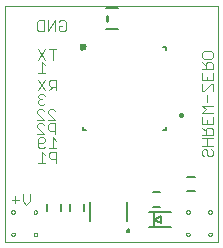
<source format=gbo>
G75*
%MOIN*%
%OFA0B0*%
%FSLAX25Y25*%
%IPPOS*%
%LPD*%
%AMOC8*
5,1,8,0,0,1.08239X$1,22.5*
%
%ADD10C,0.00000*%
%ADD11C,0.00300*%
%ADD12C,0.00400*%
%ADD13C,0.00500*%
%ADD14R,0.02362X0.02362*%
%ADD15C,0.00800*%
%ADD16C,0.00984*%
%ADD17C,0.01600*%
%ADD18C,0.00600*%
%ADD19C,0.00787*%
D10*
X0029368Y0008145D02*
X0029368Y0086885D01*
X0100234Y0086885D01*
X0100234Y0008145D01*
X0029368Y0008145D01*
X0031375Y0010743D02*
X0031377Y0010791D01*
X0031383Y0010839D01*
X0031393Y0010886D01*
X0031406Y0010932D01*
X0031424Y0010977D01*
X0031444Y0011021D01*
X0031469Y0011063D01*
X0031497Y0011102D01*
X0031527Y0011139D01*
X0031561Y0011173D01*
X0031598Y0011205D01*
X0031636Y0011234D01*
X0031677Y0011259D01*
X0031720Y0011281D01*
X0031765Y0011299D01*
X0031811Y0011313D01*
X0031858Y0011324D01*
X0031906Y0011331D01*
X0031954Y0011334D01*
X0032002Y0011333D01*
X0032050Y0011328D01*
X0032098Y0011319D01*
X0032144Y0011307D01*
X0032189Y0011290D01*
X0032233Y0011270D01*
X0032275Y0011247D01*
X0032315Y0011220D01*
X0032353Y0011190D01*
X0032388Y0011157D01*
X0032420Y0011121D01*
X0032450Y0011083D01*
X0032476Y0011042D01*
X0032498Y0010999D01*
X0032518Y0010955D01*
X0032533Y0010910D01*
X0032545Y0010863D01*
X0032553Y0010815D01*
X0032557Y0010767D01*
X0032557Y0010719D01*
X0032553Y0010671D01*
X0032545Y0010623D01*
X0032533Y0010576D01*
X0032518Y0010531D01*
X0032498Y0010487D01*
X0032476Y0010444D01*
X0032450Y0010403D01*
X0032420Y0010365D01*
X0032388Y0010329D01*
X0032353Y0010296D01*
X0032315Y0010266D01*
X0032275Y0010239D01*
X0032233Y0010216D01*
X0032189Y0010196D01*
X0032144Y0010179D01*
X0032098Y0010167D01*
X0032050Y0010158D01*
X0032002Y0010153D01*
X0031954Y0010152D01*
X0031906Y0010155D01*
X0031858Y0010162D01*
X0031811Y0010173D01*
X0031765Y0010187D01*
X0031720Y0010205D01*
X0031677Y0010227D01*
X0031636Y0010252D01*
X0031598Y0010281D01*
X0031561Y0010313D01*
X0031527Y0010347D01*
X0031497Y0010384D01*
X0031469Y0010423D01*
X0031444Y0010465D01*
X0031424Y0010509D01*
X0031406Y0010554D01*
X0031393Y0010600D01*
X0031383Y0010647D01*
X0031377Y0010695D01*
X0031375Y0010743D01*
X0038777Y0010743D02*
X0038779Y0010791D01*
X0038785Y0010839D01*
X0038795Y0010886D01*
X0038808Y0010932D01*
X0038826Y0010977D01*
X0038846Y0011021D01*
X0038871Y0011063D01*
X0038899Y0011102D01*
X0038929Y0011139D01*
X0038963Y0011173D01*
X0039000Y0011205D01*
X0039038Y0011234D01*
X0039079Y0011259D01*
X0039122Y0011281D01*
X0039167Y0011299D01*
X0039213Y0011313D01*
X0039260Y0011324D01*
X0039308Y0011331D01*
X0039356Y0011334D01*
X0039404Y0011333D01*
X0039452Y0011328D01*
X0039500Y0011319D01*
X0039546Y0011307D01*
X0039591Y0011290D01*
X0039635Y0011270D01*
X0039677Y0011247D01*
X0039717Y0011220D01*
X0039755Y0011190D01*
X0039790Y0011157D01*
X0039822Y0011121D01*
X0039852Y0011083D01*
X0039878Y0011042D01*
X0039900Y0010999D01*
X0039920Y0010955D01*
X0039935Y0010910D01*
X0039947Y0010863D01*
X0039955Y0010815D01*
X0039959Y0010767D01*
X0039959Y0010719D01*
X0039955Y0010671D01*
X0039947Y0010623D01*
X0039935Y0010576D01*
X0039920Y0010531D01*
X0039900Y0010487D01*
X0039878Y0010444D01*
X0039852Y0010403D01*
X0039822Y0010365D01*
X0039790Y0010329D01*
X0039755Y0010296D01*
X0039717Y0010266D01*
X0039677Y0010239D01*
X0039635Y0010216D01*
X0039591Y0010196D01*
X0039546Y0010179D01*
X0039500Y0010167D01*
X0039452Y0010158D01*
X0039404Y0010153D01*
X0039356Y0010152D01*
X0039308Y0010155D01*
X0039260Y0010162D01*
X0039213Y0010173D01*
X0039167Y0010187D01*
X0039122Y0010205D01*
X0039079Y0010227D01*
X0039038Y0010252D01*
X0039000Y0010281D01*
X0038963Y0010313D01*
X0038929Y0010347D01*
X0038899Y0010384D01*
X0038871Y0010423D01*
X0038846Y0010465D01*
X0038826Y0010509D01*
X0038808Y0010554D01*
X0038795Y0010600D01*
X0038785Y0010647D01*
X0038779Y0010695D01*
X0038777Y0010743D01*
X0038777Y0018145D02*
X0038779Y0018193D01*
X0038785Y0018241D01*
X0038795Y0018288D01*
X0038808Y0018334D01*
X0038826Y0018379D01*
X0038846Y0018423D01*
X0038871Y0018465D01*
X0038899Y0018504D01*
X0038929Y0018541D01*
X0038963Y0018575D01*
X0039000Y0018607D01*
X0039038Y0018636D01*
X0039079Y0018661D01*
X0039122Y0018683D01*
X0039167Y0018701D01*
X0039213Y0018715D01*
X0039260Y0018726D01*
X0039308Y0018733D01*
X0039356Y0018736D01*
X0039404Y0018735D01*
X0039452Y0018730D01*
X0039500Y0018721D01*
X0039546Y0018709D01*
X0039591Y0018692D01*
X0039635Y0018672D01*
X0039677Y0018649D01*
X0039717Y0018622D01*
X0039755Y0018592D01*
X0039790Y0018559D01*
X0039822Y0018523D01*
X0039852Y0018485D01*
X0039878Y0018444D01*
X0039900Y0018401D01*
X0039920Y0018357D01*
X0039935Y0018312D01*
X0039947Y0018265D01*
X0039955Y0018217D01*
X0039959Y0018169D01*
X0039959Y0018121D01*
X0039955Y0018073D01*
X0039947Y0018025D01*
X0039935Y0017978D01*
X0039920Y0017933D01*
X0039900Y0017889D01*
X0039878Y0017846D01*
X0039852Y0017805D01*
X0039822Y0017767D01*
X0039790Y0017731D01*
X0039755Y0017698D01*
X0039717Y0017668D01*
X0039677Y0017641D01*
X0039635Y0017618D01*
X0039591Y0017598D01*
X0039546Y0017581D01*
X0039500Y0017569D01*
X0039452Y0017560D01*
X0039404Y0017555D01*
X0039356Y0017554D01*
X0039308Y0017557D01*
X0039260Y0017564D01*
X0039213Y0017575D01*
X0039167Y0017589D01*
X0039122Y0017607D01*
X0039079Y0017629D01*
X0039038Y0017654D01*
X0039000Y0017683D01*
X0038963Y0017715D01*
X0038929Y0017749D01*
X0038899Y0017786D01*
X0038871Y0017825D01*
X0038846Y0017867D01*
X0038826Y0017911D01*
X0038808Y0017956D01*
X0038795Y0018002D01*
X0038785Y0018049D01*
X0038779Y0018097D01*
X0038777Y0018145D01*
X0031375Y0018145D02*
X0031377Y0018193D01*
X0031383Y0018241D01*
X0031393Y0018288D01*
X0031406Y0018334D01*
X0031424Y0018379D01*
X0031444Y0018423D01*
X0031469Y0018465D01*
X0031497Y0018504D01*
X0031527Y0018541D01*
X0031561Y0018575D01*
X0031598Y0018607D01*
X0031636Y0018636D01*
X0031677Y0018661D01*
X0031720Y0018683D01*
X0031765Y0018701D01*
X0031811Y0018715D01*
X0031858Y0018726D01*
X0031906Y0018733D01*
X0031954Y0018736D01*
X0032002Y0018735D01*
X0032050Y0018730D01*
X0032098Y0018721D01*
X0032144Y0018709D01*
X0032189Y0018692D01*
X0032233Y0018672D01*
X0032275Y0018649D01*
X0032315Y0018622D01*
X0032353Y0018592D01*
X0032388Y0018559D01*
X0032420Y0018523D01*
X0032450Y0018485D01*
X0032476Y0018444D01*
X0032498Y0018401D01*
X0032518Y0018357D01*
X0032533Y0018312D01*
X0032545Y0018265D01*
X0032553Y0018217D01*
X0032557Y0018169D01*
X0032557Y0018121D01*
X0032553Y0018073D01*
X0032545Y0018025D01*
X0032533Y0017978D01*
X0032518Y0017933D01*
X0032498Y0017889D01*
X0032476Y0017846D01*
X0032450Y0017805D01*
X0032420Y0017767D01*
X0032388Y0017731D01*
X0032353Y0017698D01*
X0032315Y0017668D01*
X0032275Y0017641D01*
X0032233Y0017618D01*
X0032189Y0017598D01*
X0032144Y0017581D01*
X0032098Y0017569D01*
X0032050Y0017560D01*
X0032002Y0017555D01*
X0031954Y0017554D01*
X0031906Y0017557D01*
X0031858Y0017564D01*
X0031811Y0017575D01*
X0031765Y0017589D01*
X0031720Y0017607D01*
X0031677Y0017629D01*
X0031636Y0017654D01*
X0031598Y0017683D01*
X0031561Y0017715D01*
X0031527Y0017749D01*
X0031497Y0017786D01*
X0031469Y0017825D01*
X0031444Y0017867D01*
X0031424Y0017911D01*
X0031406Y0017956D01*
X0031393Y0018002D01*
X0031383Y0018049D01*
X0031377Y0018097D01*
X0031375Y0018145D01*
X0089643Y0018145D02*
X0089645Y0018193D01*
X0089651Y0018241D01*
X0089661Y0018288D01*
X0089674Y0018334D01*
X0089692Y0018379D01*
X0089712Y0018423D01*
X0089737Y0018465D01*
X0089765Y0018504D01*
X0089795Y0018541D01*
X0089829Y0018575D01*
X0089866Y0018607D01*
X0089904Y0018636D01*
X0089945Y0018661D01*
X0089988Y0018683D01*
X0090033Y0018701D01*
X0090079Y0018715D01*
X0090126Y0018726D01*
X0090174Y0018733D01*
X0090222Y0018736D01*
X0090270Y0018735D01*
X0090318Y0018730D01*
X0090366Y0018721D01*
X0090412Y0018709D01*
X0090457Y0018692D01*
X0090501Y0018672D01*
X0090543Y0018649D01*
X0090583Y0018622D01*
X0090621Y0018592D01*
X0090656Y0018559D01*
X0090688Y0018523D01*
X0090718Y0018485D01*
X0090744Y0018444D01*
X0090766Y0018401D01*
X0090786Y0018357D01*
X0090801Y0018312D01*
X0090813Y0018265D01*
X0090821Y0018217D01*
X0090825Y0018169D01*
X0090825Y0018121D01*
X0090821Y0018073D01*
X0090813Y0018025D01*
X0090801Y0017978D01*
X0090786Y0017933D01*
X0090766Y0017889D01*
X0090744Y0017846D01*
X0090718Y0017805D01*
X0090688Y0017767D01*
X0090656Y0017731D01*
X0090621Y0017698D01*
X0090583Y0017668D01*
X0090543Y0017641D01*
X0090501Y0017618D01*
X0090457Y0017598D01*
X0090412Y0017581D01*
X0090366Y0017569D01*
X0090318Y0017560D01*
X0090270Y0017555D01*
X0090222Y0017554D01*
X0090174Y0017557D01*
X0090126Y0017564D01*
X0090079Y0017575D01*
X0090033Y0017589D01*
X0089988Y0017607D01*
X0089945Y0017629D01*
X0089904Y0017654D01*
X0089866Y0017683D01*
X0089829Y0017715D01*
X0089795Y0017749D01*
X0089765Y0017786D01*
X0089737Y0017825D01*
X0089712Y0017867D01*
X0089692Y0017911D01*
X0089674Y0017956D01*
X0089661Y0018002D01*
X0089651Y0018049D01*
X0089645Y0018097D01*
X0089643Y0018145D01*
X0097044Y0018145D02*
X0097046Y0018193D01*
X0097052Y0018241D01*
X0097062Y0018288D01*
X0097075Y0018334D01*
X0097093Y0018379D01*
X0097113Y0018423D01*
X0097138Y0018465D01*
X0097166Y0018504D01*
X0097196Y0018541D01*
X0097230Y0018575D01*
X0097267Y0018607D01*
X0097305Y0018636D01*
X0097346Y0018661D01*
X0097389Y0018683D01*
X0097434Y0018701D01*
X0097480Y0018715D01*
X0097527Y0018726D01*
X0097575Y0018733D01*
X0097623Y0018736D01*
X0097671Y0018735D01*
X0097719Y0018730D01*
X0097767Y0018721D01*
X0097813Y0018709D01*
X0097858Y0018692D01*
X0097902Y0018672D01*
X0097944Y0018649D01*
X0097984Y0018622D01*
X0098022Y0018592D01*
X0098057Y0018559D01*
X0098089Y0018523D01*
X0098119Y0018485D01*
X0098145Y0018444D01*
X0098167Y0018401D01*
X0098187Y0018357D01*
X0098202Y0018312D01*
X0098214Y0018265D01*
X0098222Y0018217D01*
X0098226Y0018169D01*
X0098226Y0018121D01*
X0098222Y0018073D01*
X0098214Y0018025D01*
X0098202Y0017978D01*
X0098187Y0017933D01*
X0098167Y0017889D01*
X0098145Y0017846D01*
X0098119Y0017805D01*
X0098089Y0017767D01*
X0098057Y0017731D01*
X0098022Y0017698D01*
X0097984Y0017668D01*
X0097944Y0017641D01*
X0097902Y0017618D01*
X0097858Y0017598D01*
X0097813Y0017581D01*
X0097767Y0017569D01*
X0097719Y0017560D01*
X0097671Y0017555D01*
X0097623Y0017554D01*
X0097575Y0017557D01*
X0097527Y0017564D01*
X0097480Y0017575D01*
X0097434Y0017589D01*
X0097389Y0017607D01*
X0097346Y0017629D01*
X0097305Y0017654D01*
X0097267Y0017683D01*
X0097230Y0017715D01*
X0097196Y0017749D01*
X0097166Y0017786D01*
X0097138Y0017825D01*
X0097113Y0017867D01*
X0097093Y0017911D01*
X0097075Y0017956D01*
X0097062Y0018002D01*
X0097052Y0018049D01*
X0097046Y0018097D01*
X0097044Y0018145D01*
X0097044Y0010743D02*
X0097046Y0010791D01*
X0097052Y0010839D01*
X0097062Y0010886D01*
X0097075Y0010932D01*
X0097093Y0010977D01*
X0097113Y0011021D01*
X0097138Y0011063D01*
X0097166Y0011102D01*
X0097196Y0011139D01*
X0097230Y0011173D01*
X0097267Y0011205D01*
X0097305Y0011234D01*
X0097346Y0011259D01*
X0097389Y0011281D01*
X0097434Y0011299D01*
X0097480Y0011313D01*
X0097527Y0011324D01*
X0097575Y0011331D01*
X0097623Y0011334D01*
X0097671Y0011333D01*
X0097719Y0011328D01*
X0097767Y0011319D01*
X0097813Y0011307D01*
X0097858Y0011290D01*
X0097902Y0011270D01*
X0097944Y0011247D01*
X0097984Y0011220D01*
X0098022Y0011190D01*
X0098057Y0011157D01*
X0098089Y0011121D01*
X0098119Y0011083D01*
X0098145Y0011042D01*
X0098167Y0010999D01*
X0098187Y0010955D01*
X0098202Y0010910D01*
X0098214Y0010863D01*
X0098222Y0010815D01*
X0098226Y0010767D01*
X0098226Y0010719D01*
X0098222Y0010671D01*
X0098214Y0010623D01*
X0098202Y0010576D01*
X0098187Y0010531D01*
X0098167Y0010487D01*
X0098145Y0010444D01*
X0098119Y0010403D01*
X0098089Y0010365D01*
X0098057Y0010329D01*
X0098022Y0010296D01*
X0097984Y0010266D01*
X0097944Y0010239D01*
X0097902Y0010216D01*
X0097858Y0010196D01*
X0097813Y0010179D01*
X0097767Y0010167D01*
X0097719Y0010158D01*
X0097671Y0010153D01*
X0097623Y0010152D01*
X0097575Y0010155D01*
X0097527Y0010162D01*
X0097480Y0010173D01*
X0097434Y0010187D01*
X0097389Y0010205D01*
X0097346Y0010227D01*
X0097305Y0010252D01*
X0097267Y0010281D01*
X0097230Y0010313D01*
X0097196Y0010347D01*
X0097166Y0010384D01*
X0097138Y0010423D01*
X0097113Y0010465D01*
X0097093Y0010509D01*
X0097075Y0010554D01*
X0097062Y0010600D01*
X0097052Y0010647D01*
X0097046Y0010695D01*
X0097044Y0010743D01*
X0089643Y0010743D02*
X0089645Y0010791D01*
X0089651Y0010839D01*
X0089661Y0010886D01*
X0089674Y0010932D01*
X0089692Y0010977D01*
X0089712Y0011021D01*
X0089737Y0011063D01*
X0089765Y0011102D01*
X0089795Y0011139D01*
X0089829Y0011173D01*
X0089866Y0011205D01*
X0089904Y0011234D01*
X0089945Y0011259D01*
X0089988Y0011281D01*
X0090033Y0011299D01*
X0090079Y0011313D01*
X0090126Y0011324D01*
X0090174Y0011331D01*
X0090222Y0011334D01*
X0090270Y0011333D01*
X0090318Y0011328D01*
X0090366Y0011319D01*
X0090412Y0011307D01*
X0090457Y0011290D01*
X0090501Y0011270D01*
X0090543Y0011247D01*
X0090583Y0011220D01*
X0090621Y0011190D01*
X0090656Y0011157D01*
X0090688Y0011121D01*
X0090718Y0011083D01*
X0090744Y0011042D01*
X0090766Y0010999D01*
X0090786Y0010955D01*
X0090801Y0010910D01*
X0090813Y0010863D01*
X0090821Y0010815D01*
X0090825Y0010767D01*
X0090825Y0010719D01*
X0090821Y0010671D01*
X0090813Y0010623D01*
X0090801Y0010576D01*
X0090786Y0010531D01*
X0090766Y0010487D01*
X0090744Y0010444D01*
X0090718Y0010403D01*
X0090688Y0010365D01*
X0090656Y0010329D01*
X0090621Y0010296D01*
X0090583Y0010266D01*
X0090543Y0010239D01*
X0090501Y0010216D01*
X0090457Y0010196D01*
X0090412Y0010179D01*
X0090366Y0010167D01*
X0090318Y0010158D01*
X0090270Y0010153D01*
X0090222Y0010152D01*
X0090174Y0010155D01*
X0090126Y0010162D01*
X0090079Y0010173D01*
X0090033Y0010187D01*
X0089988Y0010205D01*
X0089945Y0010227D01*
X0089904Y0010252D01*
X0089866Y0010281D01*
X0089829Y0010313D01*
X0089795Y0010347D01*
X0089765Y0010384D01*
X0089737Y0010423D01*
X0089712Y0010465D01*
X0089692Y0010509D01*
X0089674Y0010554D01*
X0089661Y0010600D01*
X0089651Y0010647D01*
X0089645Y0010695D01*
X0089643Y0010743D01*
D11*
X0046311Y0034673D02*
X0046311Y0038313D01*
X0044490Y0038313D01*
X0043884Y0037706D01*
X0043884Y0036493D01*
X0044490Y0035886D01*
X0046311Y0035886D01*
X0042685Y0034673D02*
X0040259Y0034673D01*
X0041472Y0034673D02*
X0041472Y0038313D01*
X0042685Y0037100D01*
X0042079Y0039397D02*
X0040865Y0039397D01*
X0040259Y0040004D01*
X0040259Y0042431D01*
X0040865Y0043037D01*
X0042079Y0043037D01*
X0042685Y0042431D01*
X0042685Y0041824D01*
X0042079Y0041217D01*
X0040259Y0041217D01*
X0042079Y0039397D02*
X0042685Y0040004D01*
X0043884Y0039397D02*
X0046311Y0039397D01*
X0045097Y0039397D02*
X0045097Y0043037D01*
X0046311Y0041824D01*
X0045917Y0044122D02*
X0045917Y0047762D01*
X0044097Y0047762D01*
X0043490Y0047155D01*
X0043490Y0045942D01*
X0044097Y0045335D01*
X0045917Y0045335D01*
X0045917Y0048846D02*
X0043490Y0048846D01*
X0042292Y0048846D02*
X0039865Y0051273D01*
X0039865Y0051879D01*
X0040472Y0052486D01*
X0041685Y0052486D01*
X0042292Y0051879D01*
X0043490Y0051879D02*
X0044097Y0052486D01*
X0045310Y0052486D01*
X0045917Y0051879D01*
X0043490Y0051879D02*
X0043490Y0051273D01*
X0045917Y0048846D01*
X0042292Y0048846D02*
X0039865Y0048846D01*
X0040472Y0047762D02*
X0041685Y0047762D01*
X0042292Y0047155D01*
X0040472Y0047762D02*
X0039865Y0047155D01*
X0039865Y0046548D01*
X0042292Y0044122D01*
X0039865Y0044122D01*
X0040865Y0053964D02*
X0042079Y0053964D01*
X0042685Y0054571D01*
X0041472Y0055784D02*
X0040865Y0055784D01*
X0040259Y0055178D01*
X0040259Y0054571D01*
X0040865Y0053964D01*
X0040865Y0055784D02*
X0040259Y0056391D01*
X0040259Y0056998D01*
X0040865Y0057604D01*
X0042079Y0057604D01*
X0042685Y0056998D01*
X0042685Y0058689D02*
X0040259Y0062329D01*
X0040259Y0064594D02*
X0042685Y0064594D01*
X0041472Y0064594D02*
X0041472Y0068234D01*
X0042685Y0067021D01*
X0042685Y0068925D02*
X0040259Y0072565D01*
X0042685Y0072565D02*
X0040259Y0068925D01*
X0045097Y0068925D02*
X0045097Y0072565D01*
X0043884Y0072565D02*
X0046311Y0072565D01*
X0045917Y0078374D02*
X0045917Y0082014D01*
X0043490Y0078374D01*
X0043490Y0082014D01*
X0042292Y0082014D02*
X0040472Y0082014D01*
X0039865Y0081407D01*
X0039865Y0078980D01*
X0040472Y0078374D01*
X0042292Y0078374D01*
X0042292Y0082014D01*
X0047115Y0081407D02*
X0047722Y0082014D01*
X0048935Y0082014D01*
X0049542Y0081407D01*
X0049542Y0078980D01*
X0048935Y0078374D01*
X0047722Y0078374D01*
X0047115Y0078980D01*
X0047115Y0080194D01*
X0048329Y0080194D01*
X0046311Y0062329D02*
X0044490Y0062329D01*
X0043884Y0061722D01*
X0043884Y0060509D01*
X0044490Y0059902D01*
X0046311Y0059902D01*
X0046311Y0058689D02*
X0046311Y0062329D01*
X0045097Y0059902D02*
X0043884Y0058689D01*
X0040259Y0058689D02*
X0042685Y0062329D01*
X0037567Y0024140D02*
X0037567Y0021713D01*
X0036354Y0020500D01*
X0035141Y0021713D01*
X0035141Y0024140D01*
X0033942Y0022320D02*
X0031515Y0022320D01*
X0032729Y0023533D02*
X0032729Y0021106D01*
D12*
X0094922Y0037281D02*
X0095512Y0036691D01*
X0094922Y0037281D02*
X0094922Y0038461D01*
X0095512Y0039051D01*
X0096102Y0039051D01*
X0096692Y0038461D01*
X0096692Y0037281D01*
X0097282Y0036691D01*
X0097872Y0036691D01*
X0098462Y0037281D01*
X0098462Y0038461D01*
X0097872Y0039051D01*
X0098462Y0040316D02*
X0094922Y0040316D01*
X0096692Y0040316D02*
X0096692Y0042676D01*
X0096102Y0043942D02*
X0096102Y0045712D01*
X0096692Y0046302D01*
X0097872Y0046302D01*
X0098462Y0045712D01*
X0098462Y0043942D01*
X0094922Y0043942D01*
X0094922Y0042676D02*
X0098462Y0042676D01*
X0096102Y0045122D02*
X0094922Y0046302D01*
X0094922Y0047567D02*
X0094922Y0049927D01*
X0094922Y0051192D02*
X0096102Y0052372D01*
X0094922Y0053552D01*
X0098462Y0053552D01*
X0096692Y0054817D02*
X0096692Y0057177D01*
X0095512Y0058442D02*
X0094922Y0058442D01*
X0094922Y0060802D01*
X0094922Y0062067D02*
X0094922Y0064427D01*
X0094922Y0065692D02*
X0098462Y0065692D01*
X0098462Y0067462D01*
X0097872Y0068052D01*
X0096692Y0068052D01*
X0096102Y0067462D01*
X0096102Y0065692D01*
X0096102Y0066872D02*
X0094922Y0068052D01*
X0095512Y0069318D02*
X0094922Y0069908D01*
X0094922Y0071088D01*
X0095512Y0071678D01*
X0097872Y0071678D01*
X0098462Y0071088D01*
X0098462Y0069908D01*
X0097872Y0069318D01*
X0095512Y0069318D01*
X0098462Y0064427D02*
X0098462Y0062067D01*
X0094922Y0062067D01*
X0096692Y0062067D02*
X0096692Y0063247D01*
X0097872Y0060802D02*
X0095512Y0058442D01*
X0098462Y0058442D02*
X0098462Y0060802D01*
X0097872Y0060802D01*
X0098462Y0051192D02*
X0094922Y0051192D01*
X0096692Y0048747D02*
X0096692Y0047567D01*
X0098462Y0047567D02*
X0094922Y0047567D01*
X0098462Y0047567D02*
X0098462Y0049927D01*
D13*
X0082911Y0046550D02*
X0082911Y0045546D01*
X0081907Y0045546D01*
X0056356Y0045546D02*
X0055352Y0045546D01*
X0055352Y0046550D01*
X0057458Y0021531D02*
X0057458Y0015231D01*
X0069781Y0015231D02*
X0069781Y0021531D01*
X0078974Y0015625D02*
X0081336Y0016806D01*
X0081336Y0014444D01*
X0078974Y0015625D01*
X0082911Y0072102D02*
X0082911Y0073106D01*
X0081907Y0073106D01*
X0056356Y0073499D02*
X0054958Y0073499D01*
X0054958Y0072102D01*
D14*
X0055352Y0073106D03*
D15*
X0062801Y0079251D02*
X0066801Y0079251D01*
X0066801Y0086251D02*
X0062801Y0086251D01*
X0077399Y0018184D02*
X0078974Y0018184D01*
X0078974Y0015625D01*
X0078974Y0013066D01*
X0084486Y0013066D01*
X0078974Y0013066D02*
X0077399Y0013066D01*
X0078974Y0018184D02*
X0084486Y0018184D01*
D16*
X0063226Y0081964D02*
X0063226Y0083539D01*
D17*
X0088029Y0050588D02*
X0088029Y0050348D01*
D18*
X0090076Y0029798D02*
X0092439Y0029798D01*
X0092439Y0025074D02*
X0090076Y0025074D01*
X0080943Y0024680D02*
X0078580Y0024680D01*
X0078580Y0019956D02*
X0080943Y0019956D01*
X0055746Y0020743D02*
X0055746Y0018381D01*
X0051021Y0018381D02*
X0051021Y0020743D01*
X0047872Y0020743D02*
X0047872Y0018381D01*
X0043147Y0018381D02*
X0043147Y0020743D01*
D19*
X0069919Y0011964D02*
X0069921Y0012003D01*
X0069927Y0012042D01*
X0069937Y0012080D01*
X0069950Y0012117D01*
X0069967Y0012152D01*
X0069987Y0012186D01*
X0070011Y0012217D01*
X0070038Y0012246D01*
X0070067Y0012272D01*
X0070099Y0012295D01*
X0070133Y0012315D01*
X0070169Y0012331D01*
X0070206Y0012343D01*
X0070245Y0012352D01*
X0070284Y0012357D01*
X0070323Y0012358D01*
X0070362Y0012355D01*
X0070401Y0012348D01*
X0070438Y0012337D01*
X0070475Y0012323D01*
X0070510Y0012305D01*
X0070543Y0012284D01*
X0070574Y0012259D01*
X0070602Y0012232D01*
X0070627Y0012202D01*
X0070649Y0012169D01*
X0070668Y0012135D01*
X0070683Y0012099D01*
X0070695Y0012061D01*
X0070703Y0012023D01*
X0070707Y0011984D01*
X0070707Y0011944D01*
X0070703Y0011905D01*
X0070695Y0011867D01*
X0070683Y0011829D01*
X0070668Y0011793D01*
X0070649Y0011759D01*
X0070627Y0011726D01*
X0070602Y0011696D01*
X0070574Y0011669D01*
X0070543Y0011644D01*
X0070510Y0011623D01*
X0070475Y0011605D01*
X0070438Y0011591D01*
X0070401Y0011580D01*
X0070362Y0011573D01*
X0070323Y0011570D01*
X0070284Y0011571D01*
X0070245Y0011576D01*
X0070206Y0011585D01*
X0070169Y0011597D01*
X0070133Y0011613D01*
X0070099Y0011633D01*
X0070067Y0011656D01*
X0070038Y0011682D01*
X0070011Y0011711D01*
X0069987Y0011742D01*
X0069967Y0011776D01*
X0069950Y0011811D01*
X0069937Y0011848D01*
X0069927Y0011886D01*
X0069921Y0011925D01*
X0069919Y0011964D01*
M02*

</source>
